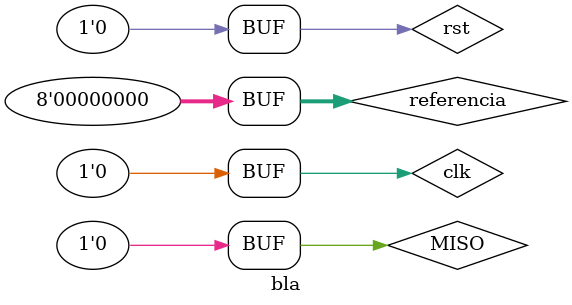
<source format=v>
`timescale 1ns / 1ps


module bla;

	// Inputs
	reg clk;
	reg rst;
	reg [7:0] referencia;
	reg MISO;

	// Outputs
	wire MOSI;
	wire SPI_CLK;
	wire CS_AMP;
	wire ADC_Conv;
	wire PWM;
	wire SPI_SS_B;
	wire DAC_CS;
	wire FPGA_INIT_B;
	wire AMP_Shunt;

	// Instantiate the Unit Under Test (UUT)
	ModuloGeneral uut (
		.clk(clk), 
		.rst(rst), 
		.referencia(referencia), 
		.MOSI(MOSI), 
		.MISO(MISO), 
		.SPI_CLK(SPI_CLK), 
		.CS_AMP(CS_AMP), 
		.ADC_Conv(ADC_Conv), 
		.PWM(PWM), 
		.SPI_SS_B(SPI_SS_B), 
		.DAC_CS(DAC_CS), 
		.FPGA_INIT_B(FPGA_INIT_B), 
		.AMP_Shunt(AMP_Shunt)
	);

	initial begin
		// Initialize Inputs
		clk = 0;
		rst = 0;
		referencia = 0;
		MISO = 0;

		// Wait 100 ns for global reset to finish
		#100;
        
		// Add stimulus here

	end
      
endmodule


</source>
